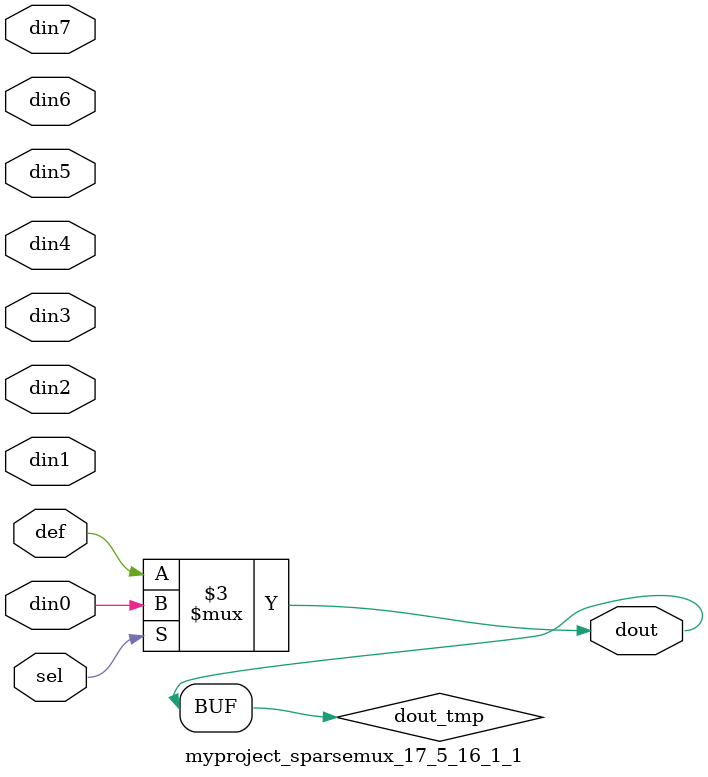
<source format=v>
`timescale 1ns / 1ps

module myproject_sparsemux_17_5_16_1_1 (din0,din1,din2,din3,din4,din5,din6,din7,def,sel,dout);

parameter din0_WIDTH = 1;

parameter din1_WIDTH = 1;

parameter din2_WIDTH = 1;

parameter din3_WIDTH = 1;

parameter din4_WIDTH = 1;

parameter din5_WIDTH = 1;

parameter din6_WIDTH = 1;

parameter din7_WIDTH = 1;

parameter def_WIDTH = 1;
parameter sel_WIDTH = 1;
parameter dout_WIDTH = 1;

parameter [sel_WIDTH-1:0] CASE0 = 1;

parameter [sel_WIDTH-1:0] CASE1 = 1;

parameter [sel_WIDTH-1:0] CASE2 = 1;

parameter [sel_WIDTH-1:0] CASE3 = 1;

parameter [sel_WIDTH-1:0] CASE4 = 1;

parameter [sel_WIDTH-1:0] CASE5 = 1;

parameter [sel_WIDTH-1:0] CASE6 = 1;

parameter [sel_WIDTH-1:0] CASE7 = 1;

parameter ID = 1;
parameter NUM_STAGE = 1;



input [din0_WIDTH-1:0] din0;

input [din1_WIDTH-1:0] din1;

input [din2_WIDTH-1:0] din2;

input [din3_WIDTH-1:0] din3;

input [din4_WIDTH-1:0] din4;

input [din5_WIDTH-1:0] din5;

input [din6_WIDTH-1:0] din6;

input [din7_WIDTH-1:0] din7;

input [def_WIDTH-1:0] def;
input [sel_WIDTH-1:0] sel;

output [dout_WIDTH-1:0] dout;



reg [dout_WIDTH-1:0] dout_tmp;

always @ (*) begin
case (sel)
    
    CASE0 : dout_tmp = din0;
    
    CASE1 : dout_tmp = din1;
    
    CASE2 : dout_tmp = din2;
    
    CASE3 : dout_tmp = din3;
    
    CASE4 : dout_tmp = din4;
    
    CASE5 : dout_tmp = din5;
    
    CASE6 : dout_tmp = din6;
    
    CASE7 : dout_tmp = din7;
    
    default : dout_tmp = def;
endcase
end


assign dout = dout_tmp;



endmodule

</source>
